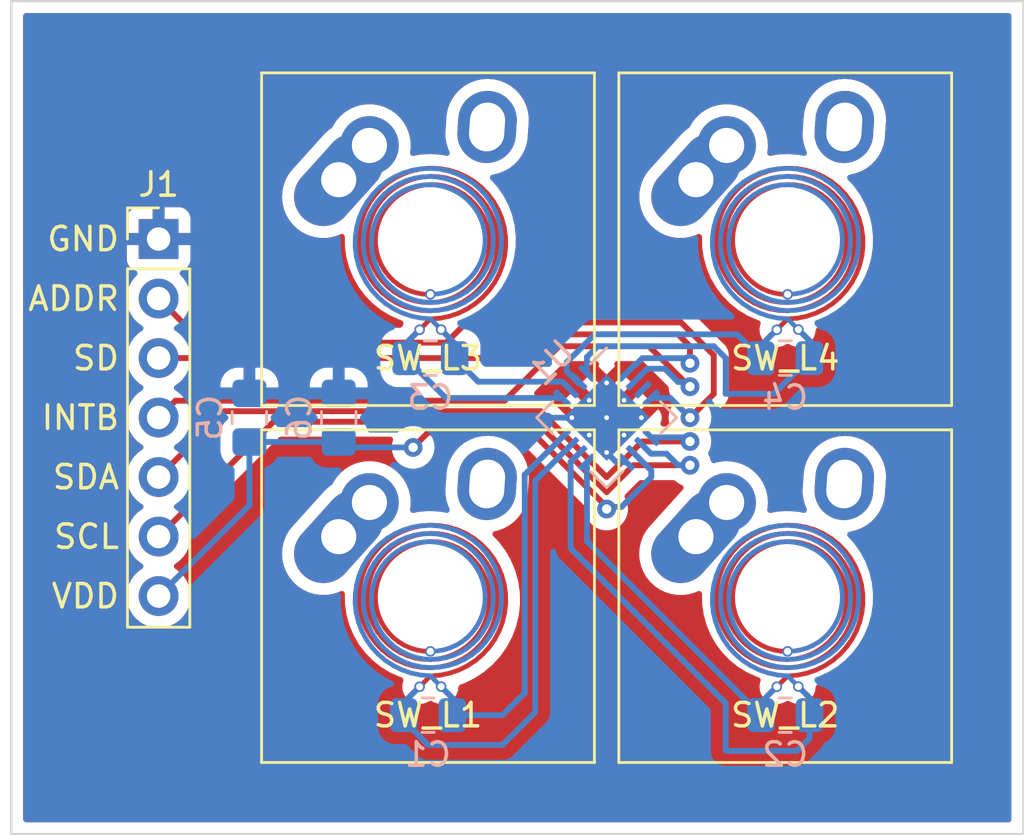
<source format=kicad_pcb>
(kicad_pcb (version 20211014) (generator pcbnew)
  (title_block (comment 4 "AISLER Project ID: IEVRXCFB"))
  (layers (0 "F.Cu" signal) (31 "B.Cu" signal) (34 "B.Paste" user) (35 "F.Paste" user) (36 "B.SilkS" user "B.Silkscreen") (37 "F.SilkS" user "F.Silkscreen") (38 "B.Mask" user) (39 "F.Mask" user) (44 "Edge.Cuts" user))
  (net 0 "")
  (net 1 "/SW_L_0A")
  (net 2 "/SW_L_0B")
  (net 3 "/SW_L_1A")
  (net 4 "/SW_L_1B")
  (net 5 "/SW_L_2A")
  (net 6 "/SW_L_2B")
  (net 7 "/SW_L_3A")
  (net 8 "/SW_L_3B")
  (net 9 "GND")
  (net 10 "VDD")
  (net 11 "Net-(J1-Pad2)")
  (net 12 "Net-(J1-Pad3)")
  (net 13 "Net-(J1-Pad4)")
  (net 14 "Net-(J1-Pad5)")
  (net 15 "Net-(J1-Pad6)")
  (net 16 "/SW_0A")
  (net 17 "/SW_0B")
  (net 18 "/SW_1A")
  (net 19 "/SW_1B")
  (net 20 "/SW_2A")
  (net 21 "/SW_2B")
  (net 22 "/SW_3A")
  (net 23 "/SW_3B")
  (footprint "Button_Switch_Keyboard_Inductive:SW_L_Inductive_Cherry_MX_Alps_Matias_Plate" (layer "F.Cu") (at 99.06 73.66)
    (fp_text reference "SW_L1")
    (fp_text value "SW_L_Push")
  )
  (footprint "Button_Switch_Keyboard_Inductive:SW_L_Inductive_Cherry_MX_Alps_Matias_Plate" (layer "F.Cu") (at 114.3 73.66)
    (fp_text reference "SW_L2")
    (fp_text value "SW_L_Push")
  )
  (footprint "Connector_PinHeader_2.54mm:PinHeader_1x07_P2.54mm_Vertical" (layer "F.Cu") (at 87.566667 58.415)
    (fp_text reference "J1")
    (fp_text value "Conn_01x07_Male")
  )
  (footprint "Button_Switch_Keyboard_Inductive:SW_L_Inductive_Cherry_MX_Alps_Matias_Plate" (layer "F.Cu") (at 99.06 58.42)
    (fp_text reference "SW_L3")
    (fp_text value "SW_L_Push")
  )
  (footprint "Button_Switch_Keyboard_Inductive:SW_L_Inductive_Cherry_MX_Alps_Matias_Plate" (layer "F.Cu") (at 114.3 58.42)
    (fp_text reference "SW_L4")
    (fp_text value "SW_L_Push")
  )
  (footprint "Capacitor_SMD:C_0805_2012Metric_Pad1.18x1.45mm_HandSolder" (layer "B.Cu") (at 114.3 63.5)
    (fp_text reference "C4")
    (fp_text value "2000 pF")
  )
  (footprint "Capacitor_SMD:C_0805_2012Metric_Pad1.18x1.45mm_HandSolder" (layer "B.Cu") (at 99.06 78.74)
    (fp_text reference "C1")
    (fp_text value "2000 pF")
  )
  (footprint "Capacitor_SMD:C_0805_2012Metric_Pad1.18x1.45mm_HandSolder" (layer "B.Cu") (at 91.44 66.04 -90)
    (fp_text reference "C5")
    (fp_text value "1uF")
  )
  (footprint "Capacitor_SMD:C_0805_2012Metric_Pad1.18x1.45mm_HandSolder" (layer "B.Cu") (at 95.25 66.04 -90)
    (fp_text reference "C6")
    (fp_text value "100nF")
  )
  (footprint "Capacitor_SMD:C_0805_2012Metric_Pad1.18x1.45mm_HandSolder" (layer "B.Cu") (at 99.16 63.5)
    (fp_text reference "C3")
    (fp_text value "2000 pF")
  )
  (footprint "Capacitor_SMD:C_0805_2012Metric_Pad1.18x1.45mm_HandSolder" (layer "B.Cu") (at 114.3 78.74)
    (fp_text reference "C2")
    (fp_text value "2000 pF")
  )
  (footprint "Package_DFN_QFN:WQFN-16-1EP_4x4mm_P0.5mm_EP2.6x2.6mm_ThermalVias" (layer "B.Cu") (at 106.68 66.04 -135)
    (fp_text reference "U1")
    (fp_text value "LDC1314")
  )
  (gr_rect (start 81.28 48.26) (end 124.46 83.82) (layer "Edge.Cuts") (width 0.1) (fill none))
  (gr_text "VDD" (at 82.915238 73.66) (layer "F.SilkS") (effects (font (size 1 1)) (justify left)))
  (gr_text "GND" (at 82.724762 58.415) (layer "F.SilkS") (effects (font (size 1 1)) (justify left)))
  (gr_text "SD" (at 83.82 63.5) (layer "F.SilkS") (effects (font (size 1 1)) (justify left)))
  (gr_text "SDA" (at 82.962857 68.58) (layer "F.SilkS") (effects (font (size 1 1)) (justify left)))
  (gr_text "INTB" (at 82.486667 66.04) (layer "F.SilkS") (effects (font (size 1 1)) (justify left)))
  (gr_text "SCL" (at 83.010476 71.12) (layer "F.SilkS") (effects (font (size 1 1)) (justify left)))
  (gr_text "ADDR" (at 81.915238 60.96) (layer "F.SilkS") (effects (font (size 1 1)) (justify left)))
  (segment (start 105.840311 67.940349) (end 105.840311 71.317811) (width 0.25) (layer "B.Cu") (net 1))
  (segment (start 113.3625 78.098) (end 113.940381 77.520119) (width 0.25) (layer "B.Cu") (net 1))
  (segment (start 113.3625 78.7335) (end 113.3625 78.098) (width 0.25) (layer "B.Cu") (net 1))
  (segment (start 105.840311 71.317811) (end 113.2625 78.74) (width 0.25) (layer "B.Cu") (net 1))
  (segment (start 115.4375 78.098) (end 114.859619 77.520119) (width 0.25) (layer "B.Cu") (net 2))
  (segment (start 114.808 80.264) (end 115.3375 79.7345) (width 0.25) (layer "B.Cu") (net 2))
  (segment (start 111.76 80.264) (end 114.808 80.264) (width 0.25) (layer "B.Cu") (net 2))
  (segment (start 111.76 78.232) (end 111.76 80.264) (width 0.25) (layer "B.Cu") (net 2))
  (segment (start 115.3375 79.7345) (end 115.3375 78.74) (width 0.25) (layer "B.Cu") (net 2))
  (segment (start 105.143933 67.92962) (end 105.143933 71.615933) (width 0.25) (layer "B.Cu") (net 2))
  (segment (start 105.486757 67.586796) (end 105.143933 67.92962) (width 0.25) (layer "B.Cu") (net 2))
  (segment (start 105.143933 71.615933) (end 111.76 78.232) (width 0.25) (layer "B.Cu") (net 2))
  (segment (start 115.4375 78.7335) (end 115.4375 78.098) (width 0.25) (layer "B.Cu") (net 2))
  (segment (start 102.235 78.74) (end 103.186109 77.788891) (width 0.25) (layer "B.Cu") (net 3))
  (segment (start 103.186109 77.788891) (end 103.186109 68.473231) (width 0.25) (layer "B.Cu") (net 3))
  (segment (start 100.1975 78.105) (end 99.619619 77.527119) (width 0.25) (layer "B.Cu") (net 3))
  (segment (start 103.186109 68.473231) (end 104.779651 66.879689) (width 0.25) (layer "B.Cu") (net 3))
  (segment (start 100.0975 78.74) (end 102.235 78.74) (width 0.25) (layer "B.Cu") (net 3))
  (segment (start 100.1975 78.7405) (end 100.1975 78.105) (width 0.25) (layer "B.Cu") (net 3))
  (segment (start 102.235 80.01) (end 99.06 80.01) (width 0.25) (layer "B.Cu") (net 4))
  (segment (start 98.1225 78.7405) (end 98.1225 78.105) (width 0.25) (layer "B.Cu") (net 4))
  (segment (start 98.1225 78.105) (end 98.700381 77.527119) (width 0.25) (layer "B.Cu") (net 4))
  (segment (start 105.133204 67.233243) (end 103.635629 68.730818) (width 0.25) (layer "B.Cu") (net 4))
  (segment (start 98.0225 78.9725) (end 98.0225 78.74) (width 0.25) (layer "B.Cu") (net 4))
  (segment (start 103.635629 68.730818) (end 103.635629 78.609371) (width 0.25) (layer "B.Cu") (net 4))
  (segment (start 99.06 80.01) (end 98.0225 78.9725) (width 0.25) (layer "B.Cu") (net 4))
  (segment (start 103.635629 78.609371) (end 102.235 80.01) (width 0.25) (layer "B.Cu") (net 4))
  (segment (start 99.822811 65.200311) (end 98.1225 63.5) (width 0.25) (layer "B.Cu") (net 5))
  (segment (start 104.779651 65.200311) (end 99.822811 65.200311) (width 0.25) (layer "B.Cu") (net 5))
  (segment (start 98.1225 62.8645) (end 98.700381 62.286619) (width 0.25) (layer "B.Cu") (net 5))
  (segment (start 98.1225 63.5) (end 98.1225 62.8645) (width 0.25) (layer "B.Cu") (net 5))
  (segment (start 101.201433 64.503933) (end 100.1975 63.5) (width 0.25) (layer "B.Cu") (net 6))
  (segment (start 105.133204 64.846757) (end 104.79038 64.503933) (width 0.25) (layer "B.Cu") (net 6))
  (segment (start 100.1975 63.5) (end 100.1975 62.8645) (width 0.25) (layer "B.Cu") (net 6))
  (segment (start 100.1975 62.8645) (end 99.619619 62.286619) (width 0.25) (layer "B.Cu") (net 6))
  (segment (start 104.79038 64.503933) (end 101.201433 64.503933) (width 0.25) (layer "B.Cu") (net 6))
  (segment (start 113.3625 63.493) (end 113.3625 62.8575) (width 0.25) (layer "B.Cu") (net 7))
  (segment (start 113.3625 62.8575) (end 113.940381 62.279619) (width 0.25) (layer "B.Cu") (net 7))
  (segment (start 112.2465 62.484) (end 113.2625 63.5) (width 0.25) (layer "B.Cu") (net 7))
  (segment (start 104.976577 63.679423) (end 106.172 62.484) (width 0.25) (layer "B.Cu") (net 7))
  (segment (start 104.976577 64.054413) (end 104.976577 63.679423) (width 0.25) (layer "B.Cu") (net 7))
  (segment (start 105.486757 64.564592) (end 104.976577 64.054413) (width 0.25) (layer "B.Cu") (net 7))
  (segment (start 105.486757 64.493204) (end 105.486757 64.564592) (width 0.25) (layer "B.Cu") (net 7))
  (segment (start 106.172 62.484) (end 112.2465 62.484) (width 0.25) (layer "B.Cu") (net 7))
  (segment (start 115.4375 63.493) (end 115.4375 62.8575) (width 0.25) (layer "B.Cu") (net 8))
  (segment (start 115.4375 62.8575) (end 114.859619 62.279619) (width 0.25) (layer "B.Cu") (net 8))
  (segment (start 111.252 62.992) (end 111.76 63.5) (width 0.25) (layer "B.Cu") (net 8))
  (segment (start 111.76 65.024) (end 113.8135 65.024) (width 0.25) (layer "B.Cu") (net 8))
  (segment (start 105.840311 64.139651) (end 105.840311 63.451407) (width 0.25) (layer "B.Cu") (net 8))
  (segment (start 106.299718 62.992) (end 111.252 62.992) (width 0.25) (layer "B.Cu") (net 8))
  (segment (start 113.8135 65.024) (end 115.3375 63.5) (width 0.25) (layer "B.Cu") (net 8))
  (segment (start 111.76 63.5) (end 111.76 65.024) (width 0.25) (layer "B.Cu") (net 8))
  (segment (start 105.840311 63.451407) (end 106.299718 62.992) (width 0.25) (layer "B.Cu") (net 8))
  (segment (start 107.095425 67.940349) (end 106.68 67.524924) (width 0.25) (layer "B.Cu") (net 9))
  (segment (start 105.195076 66.04) (end 103.505 66.04) (width 0.25) (layer "B.Cu") (net 9))
  (segment (start 107.519689 67.940349) (end 107.095425 67.940349) (width 0.25) (layer "B.Cu") (net 9))
  (segment (start 106.680101 69.851537) (end 103.504282 66.675718) (width 0.25) (layer "F.Cu") (net 10))
  (segment (start 103.504282 66.675718) (end 99.059282 66.675718) (width 0.25) (layer "F.Cu") (net 10))
  (segment (start 99.059282 66.675718) (end 98.425 67.31) (width 0.25) (layer "F.Cu") (net 10))
  (segment (start 106.680101 69.9395) (end 106.680101 69.851537) (width 0.25) (layer "F.Cu") (net 10))
  (via (at 98.425 67.31) (size 0.8) (drill 0.4) (layers "F.Cu" "B.Cu") (net 10))
  (via (at 106.680101 69.9395) (size 0.8) (drill 0.4) (layers "F.Cu" "B.Cu") (net 10))
  (segment (start 107.873243 67.586796) (end 108.585 68.298553) (width 0.25) (layer "B.Cu") (net 10))
  (segment (start 98.425 67.31) (end 95.4825 67.31) (width 0.25) (layer "B.Cu") (net 10))
  (segment (start 108.585 68.298553) (end 108.585 68.58) (width 0.25) (layer "B.Cu") (net 10))
  (segment (start 108.585 68.58) (end 107.315 69.85) (width 0.25) (layer "B.Cu") (net 10))
  (segment (start 106.68 69.85) (end 106.68 69.939399) (width 0.25) (layer "B.Cu") (net 10))
  (segment (start 95.25 67.0775) (end 91.44 67.0775) (width 0.25) (layer "B.Cu") (net 10))
  (segment (start 106.68 69.939399) (end 106.680101 69.9395) (width 0.25) (layer "B.Cu") (net 10))
  (segment (start 95.4825 67.31) (end 95.25 67.0775) (width 0.25) (layer "B.Cu") (net 10))
  (segment (start 91.44 67.0775) (end 91.44 69.781667) (width 0.25) (layer "B.Cu") (net 10))
  (segment (start 91.44 69.781667) (end 87.566667 73.655) (width 0.25) (layer "B.Cu") (net 10))
  (segment (start 107.315 69.85) (end 106.68 69.85) (width 0.25) (layer "B.Cu") (net 10))
  (segment (start 111.252 65.024) (end 111.252 63.372282) (width 0.25) (layer "F.Cu") (net 11))
  (segment (start 89.447797 62.83613) (end 87.566667 60.955) (width 0.25) (layer "F.Cu") (net 11))
  (segment (start 110.236 66.04) (end 111.252 65.024) (width 0.25) (layer "F.Cu") (net 11))
  (segment (start 100.700365 61.976) (end 99.840235 62.83613) (width 0.25) (layer "F.Cu") (net 11))
  (segment (start 109.855718 61.976) (end 100.700365 61.976) (width 0.25) (layer "F.Cu") (net 11))
  (segment (start 111.252 63.372282) (end 109.855718 61.976) (width 0.25) (layer "F.Cu") (net 11))
  (segment (start 99.840235 62.83613) (end 89.447797 62.83613) (width 0.25) (layer "F.Cu") (net 11))
  (via (at 110.236 66.04) (size 0.8) (drill 0.4) (layers "F.Cu" "B.Cu") (net 11))
  (segment (start 108.580349 65.200311) (end 109.396311 65.200311) (width 0.25) (layer "B.Cu") (net 11))
  (segment (start 109.396311 65.200311) (end 110.236 66.04) (width 0.25) (layer "B.Cu") (net 11))
  (segment (start 104.520282 62.484) (end 103.509282 63.495) (width 0.25) (layer "F.Cu") (net 12))
  (segment (start 103.509282 63.495) (end 87.566667 63.495) (width 0.25) (layer "F.Cu") (net 12))
  (segment (start 109.728 62.484) (end 104.520282 62.484) (width 0.25) (layer "F.Cu") (net 12))
  (segment (start 110.236 63.7165) (end 110.236 62.992) (width 0.25) (layer "F.Cu") (net 12))
  (segment (start 110.236 62.992) (end 109.728 62.484) (width 0.25) (layer "F.Cu") (net 12))
  (via (at 110.236 63.7165) (size 0.8) (drill 0.4) (layers "F.Cu" "B.Cu") (net 12))
  (segment (start 108.204 63.5) (end 110.236 63.5) (width 0.25) (layer "B.Cu") (net 12))
  (segment (start 107.907174 63.796826) (end 108.204 63.5) (width 0.25) (layer "B.Cu") (net 12))
  (segment (start 107.862514 63.796826) (end 107.907174 63.796826) (width 0.25) (layer "B.Cu") (net 12))
  (segment (start 110.236 63.5) (end 110.236 63.7165) (width 0.25) (layer "B.Cu") (net 12))
  (segment (start 107.519689 64.139651) (end 107.862514 63.796826) (width 0.25) (layer "B.Cu") (net 12))
  (segment (start 110.236 64.716003) (end 110.210889 64.716003) (width 0.25) (layer "F.Cu") (net 13))
  (segment (start 110.210889 64.716003) (end 108.486886 62.992) (width 0.25) (layer "F.Cu") (net 13))
  (segment (start 108.486886 62.992) (end 104.648 62.992) (width 0.25) (layer "F.Cu") (net 13))
  (segment (start 102.324511 65.315489) (end 88.286178 65.315489) (width 0.25) (layer "F.Cu") (net 13))
  (segment (start 88.286178 65.315489) (end 87.566667 66.035) (width 0.25) (layer "F.Cu") (net 13))
  (segment (start 104.648 62.992) (end 102.324511 65.315489) (width 0.25) (layer "F.Cu") (net 13))
  (via (at 110.236 64.716003) (size 0.8) (drill 0.4) (layers "F.Cu" "B.Cu") (net 13))
  (segment (start 109.728 64.516) (end 110.236 64.516) (width 0.25) (layer "B.Cu") (net 13))
  (segment (start 109.16152 63.94952) (end 109.728 64.516) (width 0.25) (layer "B.Cu") (net 13))
  (segment (start 107.873243 64.493204) (end 108.416927 63.94952) (width 0.25) (layer "B.Cu") (net 13))
  (segment (start 108.416927 63.94952) (end 109.16152 63.94952) (width 0.25) (layer "B.Cu") (net 13))
  (segment (start 110.236 64.516) (end 110.236 64.716003) (width 0.25) (layer "B.Cu") (net 13))
  (segment (start 90.376658 65.765009) (end 87.566667 68.575) (width 0.25) (layer "F.Cu") (net 14))
  (segment (start 110.236 67.056) (end 108.204 67.056) (width 0.25) (layer "F.Cu") (net 14))
  (segment (start 108.204 67.056) (end 106.68 68.58) (width 0.25) (layer "F.Cu") (net 14))
  (segment (start 106.68 68.58) (end 103.865009 65.765009) (width 0.25) (layer "F.Cu") (net 14))
  (segment (start 103.865009 65.765009) (end 90.376658 65.765009) (width 0.25) (layer "F.Cu") (net 14))
  (via (at 110.236 67.056) (size 0.8) (drill 0.4) (layers "F.Cu" "B.Cu") (net 14))
  (segment (start 108.580349 66.879689) (end 110.059689 66.879689) (width 0.25) (layer "B.Cu") (net 14))
  (segment (start 110.059689 66.879689) (end 110.236 67.056) (width 0.25) (layer "B.Cu") (net 14))
  (segment (start 106.679282 69.215) (end 103.678811 66.214529) (width 0.25) (layer "F.Cu") (net 15))
  (segment (start 92.467138 66.214529) (end 87.566667 71.115) (width 0.25) (layer "F.Cu") (net 15))
  (segment (start 106.680718 69.215) (end 106.679282 69.215) (width 0.25) (layer "F.Cu") (net 15))
  (segment (start 103.678811 66.214529) (end 92.467138 66.214529) (width 0.25) (layer "F.Cu") (net 15))
  (segment (start 107.823718 68.072) (end 106.680718 69.215) (width 0.25) (layer "F.Cu") (net 15))
  (segment (start 110.236 68.072) (end 107.823718 68.072) (width 0.25) (layer "F.Cu") (net 15))
  (via (at 110.236 68.072) (size 0.8) (drill 0.4) (layers "F.Cu" "B.Cu") (net 15))
  (segment (start 108.712 67.576067) (end 109.232067 67.576067) (width 0.25) (layer "B.Cu") (net 15))
  (segment (start 109.232067 67.576067) (end 109.728 68.072) (width 0.25) (layer "B.Cu") (net 15))
  (segment (start 108.226796 67.233243) (end 108.56962 67.576067) (width 0.25) (layer "B.Cu") (net 15))
  (segment (start 109.728 68.072) (end 110.236 68.072) (width 0.25) (layer "B.Cu") (net 15))
  (segment (start 108.56962 67.576067) (end 108.712 67.576067) (width 0.25) (layer "B.Cu") (net 15))
  (zone (net 9) (net_name "GND") (layers F&B.Cu) (connect_pads (clearance 0.508)) (min_thickness 0.254) (fill yes (thermal_gap 0.508) (thermal_bridge_width 0.508))
    (polygon (pts (xy 124.46 83.82) (xy 81.28 83.82) (xy 81.28 48.26) (xy 124.46 48.26)))
  )
)
</source>
